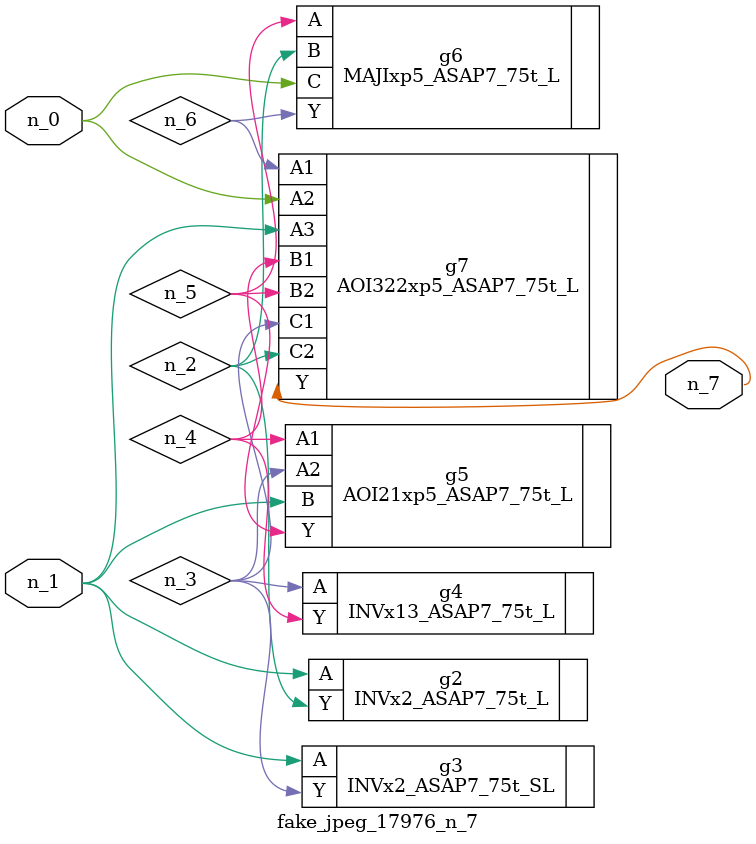
<source format=v>
module fake_jpeg_17976_n_7 (n_0, n_1, n_7);

input n_0;
input n_1;

output n_7;

wire n_2;
wire n_3;
wire n_4;
wire n_6;
wire n_5;

INVx2_ASAP7_75t_L g2 ( 
.A(n_1),
.Y(n_2)
);

INVx2_ASAP7_75t_SL g3 ( 
.A(n_1),
.Y(n_3)
);

INVx13_ASAP7_75t_L g4 ( 
.A(n_3),
.Y(n_4)
);

AOI21xp5_ASAP7_75t_L g5 ( 
.A1(n_4),
.A2(n_3),
.B(n_1),
.Y(n_5)
);

MAJIxp5_ASAP7_75t_L g6 ( 
.A(n_5),
.B(n_2),
.C(n_0),
.Y(n_6)
);

AOI322xp5_ASAP7_75t_L g7 ( 
.A1(n_6),
.A2(n_0),
.A3(n_1),
.B1(n_4),
.B2(n_5),
.C1(n_3),
.C2(n_2),
.Y(n_7)
);


endmodule
</source>
